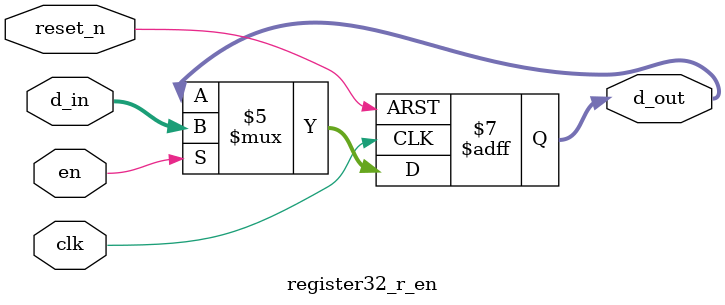
<source format=v>
module register32_r_en(clk, reset_n, d_in, d_out, en);		//module of 32-bit resettable and enable register
	input clk, reset_n, en;					//input ports clk - clock, reset_n - ~reset, en - enable signal 
	input [31:0] d_in;						//32-bit input data to register
	output reg[31:0] d_out;					//32-bit output data from register
	
	always@(posedge clk or negedge reset_n)	//always statement, whenever clk is rising edge or reset_n is falling edge
	begin
		if(reset_n==0) d_out<=32'b0;				//if reset_n is 0 , d_out is 0 - reset activated
		else if(en==1) d_out<=d_in;				//else if en==1, d_dout is d_in
	else				d_out<=d_out;					//else(en==0), register print previous d_out
	end
endmodule												//endmodule


</source>
